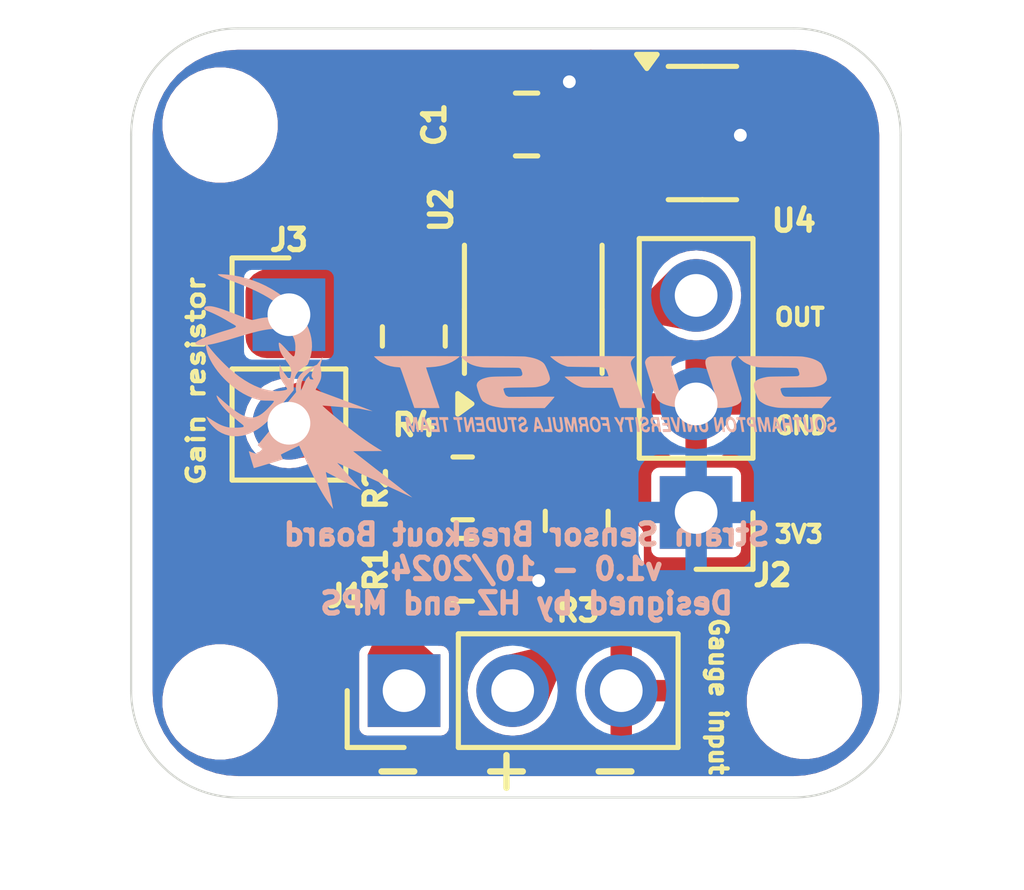
<source format=kicad_pcb>
(kicad_pcb (version 20240108) (generator "pcbnew") (generator_version "8.0")
  (layers (0 "F.Cu" signal) (31 "B.Cu" signal) (34 "B.Paste" user) (35 "F.Paste" user) (36 "B.SilkS" user "B.Silkscreen") (37 "F.SilkS" user "F.Silkscreen") (38 "B.Mask" user) (39 "F.Mask" user) (44 "Edge.Cuts" user))
  (net 0 "")
  (net 1 "/BRIDGE+")
  (net 2 "GND")
  (net 3 "/BRIDGE-")
  (net 4 "3V3")
  (net 5 "/RG1")
  (net 6 "/RG2")
  (net 7 "/VBIAS")
  (net 8 "/VREF")
  (net 9 "/AMPOUT")
  (net 10 "Net-(J1-Pin_1)")
  (footprint "Capacitor_SMD:C_0805_2012Metric" (layer "F.Cu") (at 41.5 56 180)
    (property "Reference" "C1" (at 2.159 0 -90) (layer "F.SilkS") (effects (font (size 0.5 0.5))))
    (property "Value" "10uF")
    (pad "1" smd roundrect (at -0.95 0 180) (size 1 1.45) (layers "F.Cu" "F.Paste" "F.Mask") (net 4 "3V3"))
    (pad "2" smd roundrect (at 0.95 0 180) (size 1 1.45) (layers "F.Cu" "F.Paste" "F.Mask") (net 2 "GND"))
  )
  (footprint "Connector_PinHeader_2.54mm:PinHeader_1x02_P2.54mm_Vertical" (layer "F.Cu") (at 35.941 60.452)
    (property "Reference" "J3" (at 0 -1.75 0) (layer "F.SilkS") (effects (font (size 0.5 0.5))))
    (property "Value" "Conn_01x02")
    (pad "1" thru_hole rect (at 0 0) (size 1.7 1.7) (drill 1) (layers "*.Cu" "*.Mask") (net 6 "/RG2"))
    (pad "2" thru_hole oval (at 0 2.54) (size 1.7 1.7) (drill 1) (layers "*.Cu" "*.Mask") (net 5 "/RG1"))
  )
  (footprint "MountingHole:MountingHole_2.2mm_M2" (layer "F.Cu") (at 34.331528 69.513227)
    (property "Reference" "H3" (hide yes))
    (property "Value" "MountingHole")
    (pad "" np_thru_hole circle (at 0 0) (size 2.2 2.2) (drill 2.2) (layers "*.Cu" "*.Mask"))
  )
  (footprint "MountingHole:MountingHole_2.2mm_M2" (layer "F.Cu") (at 48 69.5)
    (property "Reference" "H2" (hide yes))
    (property "Value" "MountingHole")
    (pad "" np_thru_hole circle (at 0 0) (size 2.2 2.2) (drill 2.2) (layers "*.Cu" "*.Mask"))
  )
  (footprint "Resistor_SMD:R_0805_2012Metric" (layer "F.Cu") (at 38.862 60.96 -90)
    (property "Reference" "R4" (at 2.073561 -0.006762 180) (layer "F.SilkS") (effects (font (size 0.5 0.5) (thickness 0.125))))
    (property "Value" "500Ω")
    (pad "1" smd roundrect (at -0.9125 0 270) (size 1.025 1.4) (layers "F.Cu" "F.Paste" "F.Mask") (roundrect_rratio 0.243902) (net 6 "/RG2"))
    (pad "2" smd roundrect (at 0.9125 0 270) (size 1.025 1.4) (layers "F.Cu" "F.Paste" "F.Mask") (roundrect_rratio 0.243902) (net 5 "/RG1"))
  )
  (footprint "Package_TO_SOT_SMD:SOT-23-5" (layer "F.Cu") (at 45.613207 56.199293)
    (property "Reference" "U4" (at 2.136793 2.050707 0) (layer "F.SilkS") (effects (font (size 0.5 0.5))))
    (property "Value" "REF2033")
    (pad "1" smd roundrect (at -1.1375 -0.95) (size 1.325 0.6) (layers "F.Cu" "F.Paste" "F.Mask") (net 7 "/VBIAS"))
    (pad "2" smd roundrect (at -1.1375 0) (size 1.325 0.6) (layers "F.Cu" "F.Paste" "F.Mask") (net 2 "GND"))
    (pad "3" smd roundrect (at -1.1375 0.95) (size 1.325 0.6) (layers "F.Cu" "F.Paste" "F.Mask") (net 4 "3V3"))
    (pad "4" smd roundrect (at 1.1375 0.95) (size 1.325 0.6) (layers "F.Cu" "F.Paste" "F.Mask") (net 4 "3V3"))
    (pad "5" smd roundrect (at 1.1375 -0.95) (size 1.325 0.6) (layers "F.Cu" "F.Paste" "F.Mask") (net 8 "/VREF"))
  )
  (footprint "Connector_PinHeader_2.54mm:PinHeader_1x03_P2.54mm_Vertical" (layer "F.Cu") (at 45.466 65.08 180)
    (property "Reference" "J2" (at -1.784 -1.468 180) (layer "F.SilkS") (effects (font (size 0.5 0.5) (thickness 0.125))))
    (property "Value" "Conn_01x03")
    (pad "1" thru_hole rect (at 0 0 180) (size 1.7 1.7) (drill 1) (layers "*.Cu" "*.Mask") (net 4 "3V3"))
    (pad "2" thru_hole oval (at 0 2.54 180) (size 1.7 1.7) (drill 1) (layers "*.Cu" "*.Mask") (net 2 "GND"))
    (pad "3" thru_hole oval (at 0 5.08 180) (size 1.7 1.7) (drill 1) (layers "*.Cu" "*.Mask") (net 9 "/AMPOUT"))
  )
  (footprint "Resistor_SMD:R_0805_2012Metric" (layer "F.Cu") (at 40.005 66.421 180)
    (property "Reference" "R1" (at 2.032 0 -90) (layer "F.SilkS") (effects (font (size 0.5 0.5) (thickness 0.125))))
    (property "Value" "120Ω")
    (pad "1" smd roundrect (at -0.9125 0 180) (size 1.025 1.4) (layers "F.Cu" "F.Paste" "F.Mask") (roundrect_rratio 0.243902) (net 4 "3V3"))
    (pad "2" smd roundrect (at 0.9125 0 180) (size 1.025 1.4) (layers "F.Cu" "F.Paste" "F.Mask") (roundrect_rratio 0.243902) (net 3 "/BRIDGE-"))
  )
  (footprint "Connector_PinHeader_2.54mm:PinHeader_1x03_P2.54mm_Vertical" (layer "F.Cu") (at 38.634222 69.25 90)
    (property "Reference" "J1" (at 2.215 -1.358 0) (layer "F.SilkS") (effects (font (size 0.5 0.5) (thickness 0.125))))
    (property "Value" "Conn_01x03")
    (pad "1" thru_hole rect (at 0 0 90) (size 1.7 1.7) (drill 1) (layers "*.Cu" "*.Mask") (net 10 "Net-(J1-Pin_1)"))
    (pad "2" thru_hole oval (at 0 2.54 90) (size 1.7 1.7) (drill 1) (layers "*.Cu" "*.Mask") (net 1 "/BRIDGE+"))
    (pad "3" thru_hole oval (at 0 5.08 90) (size 1.7 1.7) (drill 1) (layers "*.Cu" "*.Mask") (net 2 "GND"))
  )
  (footprint "Package_SO:MSOP-8_3x3mm_P0.65mm" (layer "F.Cu") (at 41.656 60.325 90)
    (property "Reference" "U2" (at 2.325 -2.156 90) (layer "F.SilkS") (effects (font (size 0.5 0.5))))
    (property "Value" "AD623")
    (pad "1" smd roundrect (at -2.1125 -0.975 90) (size 1.625 0.4) (layers "F.Cu" "F.Paste" "F.Mask") (net 5 "/RG1"))
    (pad "2" smd roundrect (at -2.1125 -0.325 90) (size 1.625 0.4) (layers "F.Cu" "F.Paste" "F.Mask") (net 3 "/BRIDGE-"))
    (pad "3" smd roundrect (at -2.1125 0.325 90) (size 1.625 0.4) (layers "F.Cu" "F.Paste" "F.Mask") (net 1 "/BRIDGE+"))
    (pad "4" smd roundrect (at -2.1125 0.975 90) (size 1.625 0.4) (layers "F.Cu" "F.Paste" "F.Mask") (net 2 "GND"))
    (pad "5" smd roundrect (at 2.1125 0.975 90) (size 1.625 0.4) (layers "F.Cu" "F.Paste" "F.Mask") (net 7 "/VBIAS"))
    (pad "6" smd roundrect (at 2.1125 0.325 90) (size 1.625 0.4) (layers "F.Cu" "F.Paste" "F.Mask") (net 9 "/AMPOUT"))
    (pad "7" smd roundrect (at 2.1125 -0.325 90) (size 1.625 0.4) (layers "F.Cu" "F.Paste" "F.Mask") (net 4 "3V3"))
    (pad "8" smd roundrect (at 2.1125 -0.975 90) (size 1.625 0.4) (layers "F.Cu" "F.Paste" "F.Mask") (net 6 "/RG2"))
  )
  (footprint "Resistor_SMD:R_0805_2012Metric" (layer "F.Cu") (at 42.672 65.278 -90)
    (property "Reference" "R3" (at 2.097878 -0.027052 180) (layer "F.SilkS") (effects (font (size 0.5 0.5) (thickness 0.125))))
    (property "Value" "120Ω")
    (pad "1" smd roundrect (at -0.9125 0 270) (size 1.025 1.4) (layers "F.Cu" "F.Paste" "F.Mask") (roundrect_rratio 0.243902) (net 1 "/BRIDGE+"))
    (pad "2" smd roundrect (at 0.9125 0 270) (size 1.025 1.4) (layers "F.Cu" "F.Paste" "F.Mask") (roundrect_rratio 0.243902) (net 4 "3V3"))
  )
  (footprint "MountingHole:MountingHole_2.2mm_M2" (layer "F.Cu") (at 34.331528 56.013227)
    (property "Reference" "H1" (hide yes))
    (property "Value" "MountingHole")
    (pad "" np_thru_hole circle (at 0 0) (size 2.2 2.2) (drill 2.2) (layers "*.Cu" "*.Mask"))
  )
  (footprint "Resistor_SMD:R_0805_2012Metric" (layer "F.Cu") (at 40.005 64.516)
    (property "Reference" "R2" (at -2.032 0 90) (layer "F.SilkS") (effects (font (size 0.5 0.5) (thickness 0.125))))
    (property "Value" "120Ω")
    (pad "1" smd roundrect (at -0.9125 0) (size 1.025 1.4) (layers "F.Cu" "F.Paste" "F.Mask") (roundrect_rratio 0.243902) (net 10 "Net-(J1-Pin_1)"))
    (pad "2" smd roundrect (at 0.9125 0) (size 1.025 1.4) (layers "F.Cu" "F.Paste" "F.Mask") (roundrect_rratio 0.243902) (net 3 "/BRIDGE-"))
  )
  (footprint "LOGO" (layer "B.Cu") (at 41.25 62.25 180)
    (property "Reference" "G***" (hide yes))
    (property "Value" "LOGO" (hide yes))
  )
  (gr_arc (start 32.25 56.25) (mid 32.982233 54.482233) (end 34.75 53.75) (stroke (width 0.05)) (layer "Edge.Cuts"))
  (gr_line (start 50.25 56.25) (end 50.25 69.25) (stroke (width 0.05)) (layer "Edge.Cuts"))
  (gr_arc (start 34.75 71.75) (mid 32.982233 71.017767) (end 32.25 69.25) (stroke (width 0.05)) (layer "Edge.Cuts"))
  (gr_arc (start 50.25 69.25) (mid 49.517767 71.017767) (end 47.75 71.75) (stroke (width 0.05)) (layer "Edge.Cuts"))
  (gr_line (start 32.25 69.25) (end 32.25 56.25) (stroke (width 0.05)) (layer "Edge.Cuts"))
  (gr_line (start 47.75 71.75) (end 34.75 71.75) (stroke (width 0.05)) (layer "Edge.Cuts"))
  (gr_line (start 34.75 53.75) (end 47.75 53.75) (stroke (width 0.05)) (layer "Edge.Cuts"))
  (gr_arc (start 47.75 53.75) (mid 49.517767 54.482233) (end 50.25 56.25) (stroke (width 0.05)) (layer "Edge.Cuts"))
  (gr_text "Strain Sensor Breakout Board\nv1.0 - 10/2024\nDesigned by HZ and MPS" (at 41.5 67.5 0) (layer "B.SilkS") (effects (font (size 0.5 0.5) (thickness 0.125)) (justify bottom mirror)))
  (gr_text "Gain resistor" (at 33.999999 64.5 90) (layer "F.SilkS") (effects (font (size 0.4 0.5)) (justify left bottom)))
  (gr_text "3V3" (at 47.25 65.8225 0) (layer "F.SilkS") (effects (font (size 0.4 0.4) (thickness 0.15) (bold yes)) (justify left bottom)))
  (gr_text "-" (at 39.207487 70.629231 180) (layer "F.SilkS") (effects (font (size 1 1)) (justify left bottom)))
  (gr_text "-" (at 44.287487 70.629231 180) (layer "F.SilkS") (effects (font (size 1 1)) (justify left bottom)))
  (gr_text "+" (at 41.747487 70.629231 180) (layer "F.SilkS") (effects (font (size 1 1)) (justify left bottom)))
  (gr_text "OUT" (at 47.25 60.7425 0) (layer "F.SilkS") (effects (font (size 0.4 0.4) (thickness 0.15) (bold yes)) (justify left bottom)))
  (gr_text "Gauge input" (at 45.75 67.5 -90) (layer "F.SilkS") (effects (font (size 0.4 0.4)) (justify left bottom)))
  (gr_text "GND" (at 47.25 63.2825 0) (layer "F.SilkS") (effects (font (size 0.4 0.4) (thickness 0.15) (bold yes)) (justify left bottom)))
  (segment (start 43.942 65.6355) (end 43.942 66.675) (width 0.2) (layer "F.Cu") (net 1))
  (segment (start 41.981 63.6745) (end 42.672 64.3655) (width 0.2) (layer "F.Cu") (net 1))
  (segment (start 43.942 66.675) (end 41.402 69.215) (width 0.2) (layer "F.Cu") (net 1))
  (segment (start 42.672 64.3655) (end 43.942 65.6355) (width 0.2) (layer "F.Cu") (net 1))
  (segment (start 41.402 69.215) (end 41.148 69.215) (width 0.2) (layer "F.Cu") (net 1))
  (segment (start 41.981 62.4375) (end 41.981 63.6745) (width 0.2) (layer "F.Cu") (net 1))
  (segment (start 43.25 55.636085) (end 43.25 54.6) (width 0.2) (layer "F.Cu") (net 2))
  (segment (start 43.813208 56.199293) (end 43.25 55.636085) (width 0.2) (layer "F.Cu") (net 2))
  (segment (start 44.475707 56.199293) (end 43.813208 56.199293) (width 0.2) (layer "F.Cu") (net 2))
  (segment (start 43.25 54.6) (end 43 54.35) (width 0.2) (layer "F.Cu") (net 2))
  (segment (start 39.0925 66.341) (end 40.9175 64.516) (width 0.2) (layer "F.Cu") (net 3))
  (segment (start 39.0925 66.421) (end 39.0925 66.341) (width 0.2) (layer "F.Cu") (net 3))
  (segment (start 40.9175 64.516) (end 41.331 64.1025) (width 0.2) (layer "F.Cu") (net 3))
  (segment (start 41.331 64.1025) (end 41.331 62.4375) (width 0.2) (layer "F.Cu") (net 3))
  (segment (start 42.672 56.007) (end 42.733 56.007) (width 0.2) (layer "F.Cu") (net 4))
  (segment (start 41.331 58.2125) (end 41.331 57.348) (width 0.2) (layer "F.Cu") (net 4))
  (segment (start 46.750707 56.500707) (end 46.5 56.25) (width 0.2) (layer "F.Cu") (net 4))
  (segment (start 41.331 57.348) (end 42.672 56.007) (width 0.2) (layer "F.Cu") (net 4))
  (segment (start 46.750707 57.149293) (end 46.750707 56.500707) (width 0.2) (layer "F.Cu") (net 4))
  (via (at 42.5 55) (size 0.6) (drill 0.3) (layers "F.Cu" "B.Cu") (net 4))
  (via (at 46.5 56.25) (size 0.6) (drill 0.3) (layers "F.Cu" "B.Cu") (net 4))
  (via (at 41.783 66.675) (size 0.6) (drill 0.3) (layers "F.Cu" "B.Cu") (net 4))
  (segment (start 45.065552 58.2125) (end 45.674671 57.603381) (width 0.2) (layer "F.Cu") (net 7))
  (segment (start 45.674671 57.603381) (end 45.674671 55.924671) (width 0.2) (layer "F.Cu") (net 7))
  (segment (start 44.999293 55.249293) (end 44.475707 55.249293) (width 0.2) (layer "F.Cu") (net 7))
  (segment (start 45.674671 55.924671) (end 44.999293 55.249293) (width 0.2) (layer "F.Cu") (net 7))
  (segment (start 42.631 58.2125) (end 45.065552 58.2125) (width 0.2) (layer "F.Cu") (net 7))
  (segment (start 45.466 60.452) (end 42.799 60.452) (width 0.2) (layer "F.Cu") (net 9))
  (segment (start 42.799 60.452) (end 41.981 59.634) (width 0.2) (layer "F.Cu") (net 9))
  (segment (start 41.981 59.634) (end 41.981 58.2125) (width 0.2) (layer "F.Cu") (net 9))
  (segment (start 38.608 69.215) (end 38.28 68.887) (width 0.2) (layer "F.Cu") (net 10))
  (segment (start 38.28 65.3285) (end 39.0925 64.516) (width 0.2) (layer "F.Cu") (net 10))
  (segment (start 38.28 68.887) (end 38.28 65.3285) (width 0.2) (layer "F.Cu") (net 10))
  (zone (net 2) (net_name "GND") (layer "F.Cu") (connect_pads thru_hole_only (clearance 0.127)) (min_thickness 0.127) (fill yes (thermal_gap 0.5) (thermal_bridge_width 0.5))
    (polygon (pts (xy 30.607 53.086) (xy 51.816 53.086) (xy 51.816 73.279) (xy 30.607 73.279)))
  )
  (zone (net 4) (net_name "3V3") (layer "F.Cu") (priority 4) (connect_pads yes (clearance 0.127)) (min_thickness 0.127) (fill yes (thermal_gap 0.5) (thermal_bridge_width 0.5) (smoothing fillet) (radius 0.5))
    (polygon (pts (xy 40.386 65.659) (xy 43.434 65.659) (xy 43.434 67.183) (xy 40.386 67.183)))
  )
  (zone (net 4) (net_name "3V3") (layer "F.Cu") (priority 1) (connect_pads thru_hole_only (clearance 0.127)) (min_thickness 0.127) (fill yes (thermal_gap 0.5) (thermal_bridge_width 0.5) (smoothing fillet) (radius 0.5))
    (polygon (pts (xy 42.164 54.737) (xy 44.831 54.737) (xy 44.831 58.547) (xy 42.164 58.547)))
  )
  (zone (net 5) (net_name "/RG1") (layer "F.Cu") (priority 3) (connect_pads yes (clearance 0.127)) (min_thickness 0.127) (fill yes (thermal_gap 0.5) (thermal_bridge_width 0.5) (smoothing fillet) (radius 0.5))
    (polygon (pts (xy 35.56 62.23) (xy 38.227 61.341) (xy 40.894 60.452) (xy 40.894 63.246) (xy 35.56 63.881)))
  )
  (zone (net 6) (net_name "/RG2") (layer "F.Cu") (priority 2) (connect_pads yes (clearance 0.127)) (min_thickness 0.127) (fill yes (thermal_gap 0.5) (thermal_bridge_width 0.5) (smoothing fillet) (radius 0.5))
    (polygon (pts (xy 34.925 61.468) (xy 37.084 61.468) (xy 40.894 60.198) (xy 40.894 57.404) (xy 40.259 57.404) (xy 34.925 59.563)))
  )
  (zone (net 4) (net_name "3V3") (layer "B.Cu") (connect_pads thru_hole_only (clearance 0.127)) (min_thickness 0.127) (fill yes (thermal_gap 0.5) (thermal_bridge_width 0.5))
    (polygon (pts (xy 30.791 53.086) (xy 52 53.086) (xy 52 73.279) (xy 30.791 73.279)))
  )
)
</source>
